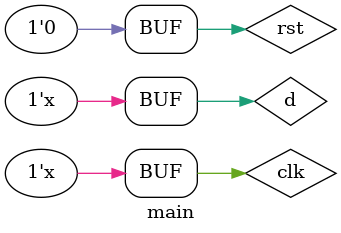
<source format=v>
`timescale 1ns / 1ps
module main;
    // Inputs
    reg d;
    reg clk;
    reg rst;
    // Outputs
    wire q;
    // Instantiate the Unit Under Test (UUT)
    d_flip_flop uut
    (
        .d(d),.clk(clk),.rst(rst),.q(q)
    );
    // Initialize Inputs
    initial
        begin
            d = 0;
            clk = 0;
            rst = 0;
        end
    always #50 clk = ~clk;
    always #50 rst = 0;
    always #100 d = ~d;
endmodule
</source>
